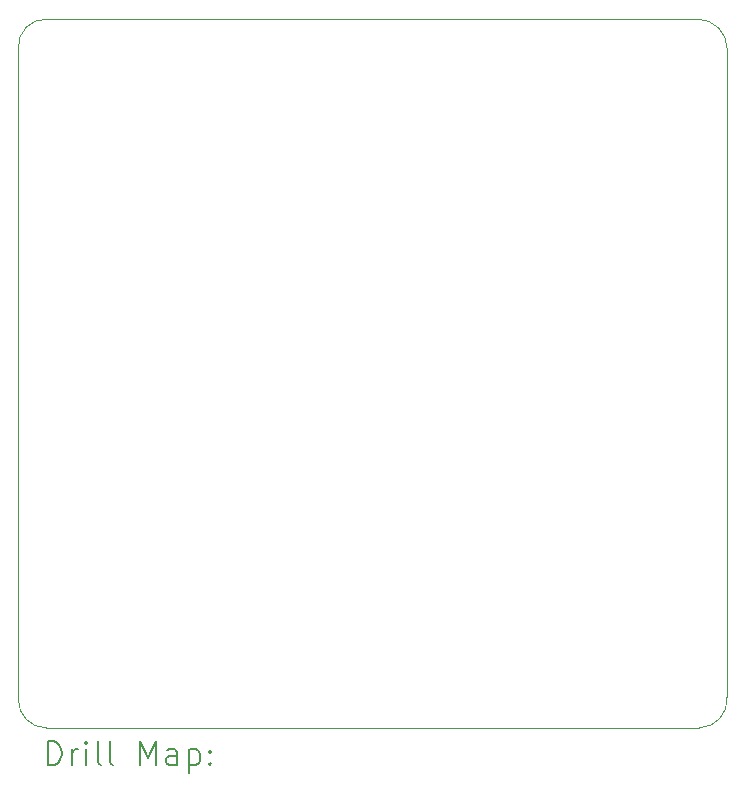
<source format=gbr>
%TF.GenerationSoftware,KiCad,Pcbnew,(6.0.7)*%
%TF.CreationDate,2023-07-05T17:19:17+02:00*%
%TF.ProjectId,project_alpha,70726f6a-6563-4745-9f61-6c7068612e6b,rev?*%
%TF.SameCoordinates,Original*%
%TF.FileFunction,Drillmap*%
%TF.FilePolarity,Positive*%
%FSLAX45Y45*%
G04 Gerber Fmt 4.5, Leading zero omitted, Abs format (unit mm)*
G04 Created by KiCad (PCBNEW (6.0.7)) date 2023-07-05 17:19:17*
%MOMM*%
%LPD*%
G01*
G04 APERTURE LIST*
%ADD10C,0.100000*%
%ADD11C,0.200000*%
G04 APERTURE END LIST*
D10*
X11499991Y-12260000D02*
G75*
G03*
X11737500Y-12500000I233809J-6140D01*
G01*
X11750000Y-6500000D02*
X17250000Y-6500000D01*
X17262500Y-12500000D02*
X11737500Y-12500000D01*
X17501247Y-6750000D02*
G75*
G03*
X17250000Y-6500000I-251247J-1250D01*
G01*
X11500000Y-12260000D02*
X11500000Y-6752658D01*
X17262500Y-12500004D02*
G75*
G03*
X17500000Y-12240000I0J238474D01*
G01*
X17500000Y-12240000D02*
X17501247Y-6750000D01*
X11750000Y-6500003D02*
G75*
G03*
X11500000Y-6752658I-18360J-231847D01*
G01*
D11*
X11751686Y-12815505D02*
X11751686Y-12615505D01*
X11799305Y-12615505D01*
X11827877Y-12625029D01*
X11846924Y-12644077D01*
X11856448Y-12663124D01*
X11865972Y-12701220D01*
X11865972Y-12729791D01*
X11856448Y-12767886D01*
X11846924Y-12786934D01*
X11827877Y-12805982D01*
X11799305Y-12815505D01*
X11751686Y-12815505D01*
X11951686Y-12815505D02*
X11951686Y-12682172D01*
X11951686Y-12720267D02*
X11961210Y-12701220D01*
X11970734Y-12691696D01*
X11989781Y-12682172D01*
X12008829Y-12682172D01*
X12075496Y-12815505D02*
X12075496Y-12682172D01*
X12075496Y-12615505D02*
X12065972Y-12625029D01*
X12075496Y-12634553D01*
X12085020Y-12625029D01*
X12075496Y-12615505D01*
X12075496Y-12634553D01*
X12199305Y-12815505D02*
X12180258Y-12805982D01*
X12170734Y-12786934D01*
X12170734Y-12615505D01*
X12304067Y-12815505D02*
X12285020Y-12805982D01*
X12275496Y-12786934D01*
X12275496Y-12615505D01*
X12532639Y-12815505D02*
X12532639Y-12615505D01*
X12599305Y-12758363D01*
X12665972Y-12615505D01*
X12665972Y-12815505D01*
X12846924Y-12815505D02*
X12846924Y-12710743D01*
X12837401Y-12691696D01*
X12818353Y-12682172D01*
X12780258Y-12682172D01*
X12761210Y-12691696D01*
X12846924Y-12805982D02*
X12827877Y-12815505D01*
X12780258Y-12815505D01*
X12761210Y-12805982D01*
X12751686Y-12786934D01*
X12751686Y-12767886D01*
X12761210Y-12748839D01*
X12780258Y-12739315D01*
X12827877Y-12739315D01*
X12846924Y-12729791D01*
X12942162Y-12682172D02*
X12942162Y-12882172D01*
X12942162Y-12691696D02*
X12961210Y-12682172D01*
X12999305Y-12682172D01*
X13018353Y-12691696D01*
X13027877Y-12701220D01*
X13037401Y-12720267D01*
X13037401Y-12777410D01*
X13027877Y-12796458D01*
X13018353Y-12805982D01*
X12999305Y-12815505D01*
X12961210Y-12815505D01*
X12942162Y-12805982D01*
X13123115Y-12796458D02*
X13132639Y-12805982D01*
X13123115Y-12815505D01*
X13113591Y-12805982D01*
X13123115Y-12796458D01*
X13123115Y-12815505D01*
X13123115Y-12691696D02*
X13132639Y-12701220D01*
X13123115Y-12710743D01*
X13113591Y-12701220D01*
X13123115Y-12691696D01*
X13123115Y-12710743D01*
M02*

</source>
